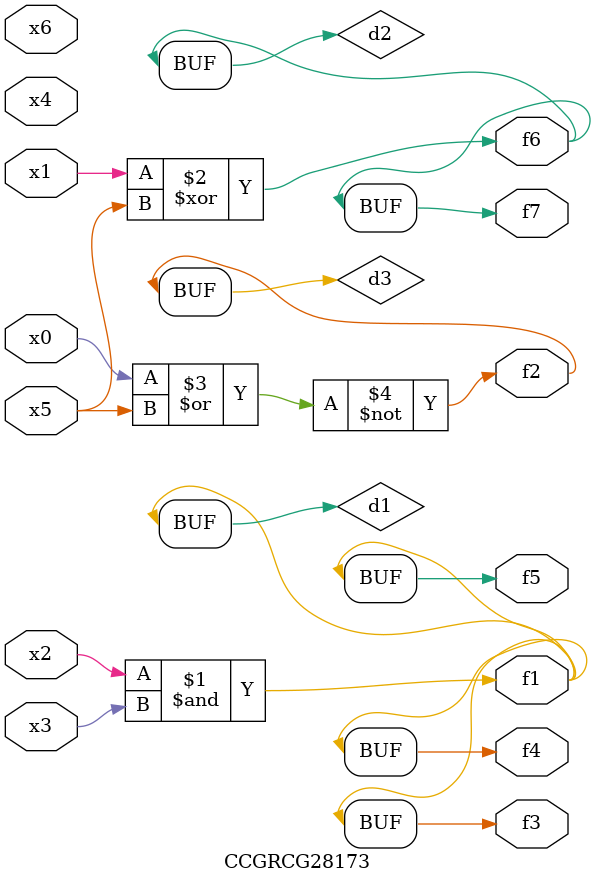
<source format=v>
module CCGRCG28173(
	input x0, x1, x2, x3, x4, x5, x6,
	output f1, f2, f3, f4, f5, f6, f7
);

	wire d1, d2, d3;

	and (d1, x2, x3);
	xor (d2, x1, x5);
	nor (d3, x0, x5);
	assign f1 = d1;
	assign f2 = d3;
	assign f3 = d1;
	assign f4 = d1;
	assign f5 = d1;
	assign f6 = d2;
	assign f7 = d2;
endmodule

</source>
